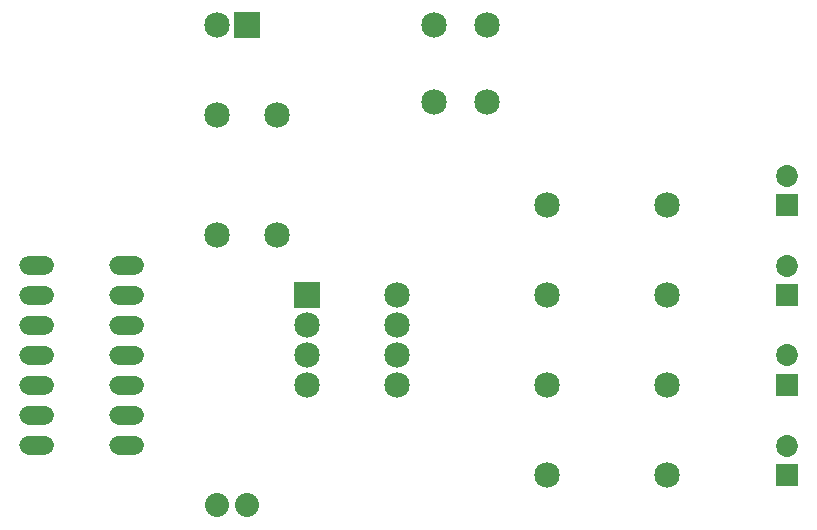
<source format=gts>
G04 MADE WITH FRITZING*
G04 WWW.FRITZING.ORG*
G04 DOUBLE SIDED*
G04 HOLES PLATED*
G04 CONTOUR ON CENTER OF CONTOUR VECTOR*
%ASAXBY*%
%FSLAX23Y23*%
%MOIN*%
%OFA0B0*%
%SFA1.0B1.0*%
%ADD10C,0.085000*%
%ADD11C,0.080000*%
%ADD12C,0.072992*%
%ADD13C,0.062000*%
%ADD14R,0.085000X0.085000*%
%ADD15R,0.072992X0.072992*%
%ADD16R,0.001000X0.001000*%
%LNMASK1*%
G90*
G70*
G54D10*
X1197Y1629D03*
X1197Y1229D03*
X997Y1629D03*
X997Y1229D03*
X1097Y1929D03*
X997Y1929D03*
G54D11*
X997Y329D03*
X1098Y329D03*
G54D10*
X1297Y1029D03*
X1597Y1029D03*
X1297Y929D03*
X1597Y929D03*
X1297Y829D03*
X1597Y829D03*
X1297Y729D03*
X1597Y729D03*
G54D12*
X2897Y1329D03*
X2897Y1427D03*
X2897Y730D03*
X2897Y829D03*
X2897Y1029D03*
X2897Y1127D03*
X2897Y429D03*
X2897Y527D03*
G54D10*
X1720Y1673D03*
X1720Y1929D03*
X1897Y1673D03*
X1897Y1929D03*
X2097Y1029D03*
X2497Y1029D03*
X2097Y729D03*
X2497Y729D03*
X2097Y1329D03*
X2497Y1329D03*
X2097Y429D03*
X2497Y429D03*
G54D13*
X397Y1129D03*
X397Y1029D03*
X397Y929D03*
X397Y829D03*
X397Y729D03*
X397Y629D03*
X397Y529D03*
X697Y529D03*
X697Y629D03*
X697Y729D03*
X697Y829D03*
X697Y929D03*
X697Y1029D03*
X697Y1129D03*
X397Y1129D03*
X397Y1029D03*
X397Y929D03*
X397Y829D03*
X397Y729D03*
X397Y629D03*
X397Y529D03*
X697Y529D03*
X697Y629D03*
X697Y729D03*
X697Y829D03*
X697Y929D03*
X697Y1029D03*
X697Y1129D03*
G54D14*
X1097Y1929D03*
X1297Y1029D03*
G54D15*
X2897Y1329D03*
X2897Y730D03*
X2897Y1029D03*
X2897Y429D03*
G54D16*
X370Y1160D02*
X424Y1160D01*
X670Y1160D02*
X724Y1160D01*
X364Y1159D02*
X430Y1159D01*
X663Y1159D02*
X730Y1159D01*
X360Y1158D02*
X433Y1158D01*
X660Y1158D02*
X733Y1158D01*
X358Y1157D02*
X436Y1157D01*
X658Y1157D02*
X736Y1157D01*
X356Y1156D02*
X438Y1156D01*
X656Y1156D02*
X738Y1156D01*
X354Y1155D02*
X439Y1155D01*
X654Y1155D02*
X739Y1155D01*
X353Y1154D02*
X441Y1154D01*
X653Y1154D02*
X741Y1154D01*
X352Y1153D02*
X442Y1153D01*
X652Y1153D02*
X742Y1153D01*
X350Y1152D02*
X443Y1152D01*
X650Y1152D02*
X743Y1152D01*
X349Y1151D02*
X444Y1151D01*
X649Y1151D02*
X744Y1151D01*
X348Y1150D02*
X445Y1150D01*
X648Y1150D02*
X745Y1150D01*
X348Y1149D02*
X446Y1149D01*
X648Y1149D02*
X746Y1149D01*
X347Y1148D02*
X447Y1148D01*
X647Y1148D02*
X747Y1148D01*
X346Y1147D02*
X448Y1147D01*
X646Y1147D02*
X747Y1147D01*
X345Y1146D02*
X448Y1146D01*
X645Y1146D02*
X748Y1146D01*
X345Y1145D02*
X449Y1145D01*
X645Y1145D02*
X749Y1145D01*
X344Y1144D02*
X449Y1144D01*
X644Y1144D02*
X749Y1144D01*
X344Y1143D02*
X450Y1143D01*
X644Y1143D02*
X750Y1143D01*
X343Y1142D02*
X450Y1142D01*
X643Y1142D02*
X750Y1142D01*
X343Y1141D02*
X451Y1141D01*
X643Y1141D02*
X751Y1141D01*
X342Y1140D02*
X395Y1140D01*
X398Y1140D02*
X451Y1140D01*
X642Y1140D02*
X695Y1140D01*
X698Y1140D02*
X751Y1140D01*
X342Y1139D02*
X391Y1139D01*
X402Y1139D02*
X452Y1139D01*
X642Y1139D02*
X691Y1139D01*
X702Y1139D02*
X752Y1139D01*
X342Y1138D02*
X390Y1138D01*
X404Y1138D02*
X452Y1138D01*
X642Y1138D02*
X690Y1138D01*
X704Y1138D02*
X752Y1138D01*
X341Y1137D02*
X389Y1137D01*
X405Y1137D02*
X452Y1137D01*
X641Y1137D02*
X689Y1137D01*
X705Y1137D02*
X752Y1137D01*
X341Y1136D02*
X388Y1136D01*
X406Y1136D02*
X452Y1136D01*
X641Y1136D02*
X688Y1136D01*
X706Y1136D02*
X752Y1136D01*
X341Y1135D02*
X387Y1135D01*
X407Y1135D02*
X453Y1135D01*
X641Y1135D02*
X687Y1135D01*
X707Y1135D02*
X753Y1135D01*
X341Y1134D02*
X386Y1134D01*
X407Y1134D02*
X453Y1134D01*
X641Y1134D02*
X686Y1134D01*
X707Y1134D02*
X753Y1134D01*
X341Y1133D02*
X386Y1133D01*
X408Y1133D02*
X453Y1133D01*
X641Y1133D02*
X686Y1133D01*
X708Y1133D02*
X753Y1133D01*
X340Y1132D02*
X386Y1132D01*
X408Y1132D02*
X453Y1132D01*
X640Y1132D02*
X686Y1132D01*
X708Y1132D02*
X753Y1132D01*
X340Y1131D02*
X385Y1131D01*
X408Y1131D02*
X453Y1131D01*
X640Y1131D02*
X685Y1131D01*
X708Y1131D02*
X753Y1131D01*
X340Y1130D02*
X385Y1130D01*
X408Y1130D02*
X453Y1130D01*
X640Y1130D02*
X685Y1130D01*
X708Y1130D02*
X753Y1130D01*
X340Y1129D02*
X385Y1129D01*
X408Y1129D02*
X453Y1129D01*
X640Y1129D02*
X685Y1129D01*
X708Y1129D02*
X753Y1129D01*
X340Y1128D02*
X385Y1128D01*
X408Y1128D02*
X453Y1128D01*
X640Y1128D02*
X685Y1128D01*
X708Y1128D02*
X753Y1128D01*
X340Y1127D02*
X385Y1127D01*
X408Y1127D02*
X453Y1127D01*
X640Y1127D02*
X685Y1127D01*
X708Y1127D02*
X753Y1127D01*
X341Y1126D02*
X386Y1126D01*
X408Y1126D02*
X453Y1126D01*
X640Y1126D02*
X686Y1126D01*
X708Y1126D02*
X753Y1126D01*
X341Y1125D02*
X386Y1125D01*
X408Y1125D02*
X453Y1125D01*
X641Y1125D02*
X686Y1125D01*
X708Y1125D02*
X753Y1125D01*
X341Y1124D02*
X387Y1124D01*
X407Y1124D02*
X453Y1124D01*
X641Y1124D02*
X687Y1124D01*
X707Y1124D02*
X753Y1124D01*
X341Y1123D02*
X387Y1123D01*
X406Y1123D02*
X453Y1123D01*
X641Y1123D02*
X687Y1123D01*
X706Y1123D02*
X753Y1123D01*
X341Y1122D02*
X388Y1122D01*
X406Y1122D02*
X452Y1122D01*
X641Y1122D02*
X688Y1122D01*
X706Y1122D02*
X752Y1122D01*
X341Y1121D02*
X389Y1121D01*
X405Y1121D02*
X452Y1121D01*
X641Y1121D02*
X689Y1121D01*
X705Y1121D02*
X752Y1121D01*
X342Y1120D02*
X390Y1120D01*
X404Y1120D02*
X452Y1120D01*
X642Y1120D02*
X690Y1120D01*
X703Y1120D02*
X752Y1120D01*
X342Y1119D02*
X392Y1119D01*
X402Y1119D02*
X452Y1119D01*
X642Y1119D02*
X692Y1119D01*
X702Y1119D02*
X751Y1119D01*
X343Y1118D02*
X451Y1118D01*
X642Y1118D02*
X751Y1118D01*
X343Y1117D02*
X451Y1117D01*
X643Y1117D02*
X751Y1117D01*
X343Y1116D02*
X450Y1116D01*
X643Y1116D02*
X750Y1116D01*
X344Y1115D02*
X450Y1115D01*
X644Y1115D02*
X750Y1115D01*
X344Y1114D02*
X449Y1114D01*
X644Y1114D02*
X749Y1114D01*
X345Y1113D02*
X449Y1113D01*
X645Y1113D02*
X749Y1113D01*
X346Y1112D02*
X448Y1112D01*
X646Y1112D02*
X748Y1112D01*
X346Y1111D02*
X447Y1111D01*
X646Y1111D02*
X747Y1111D01*
X347Y1110D02*
X447Y1110D01*
X647Y1110D02*
X747Y1110D01*
X348Y1109D02*
X446Y1109D01*
X648Y1109D02*
X746Y1109D01*
X349Y1108D02*
X445Y1108D01*
X649Y1108D02*
X745Y1108D01*
X350Y1107D02*
X444Y1107D01*
X650Y1107D02*
X744Y1107D01*
X351Y1106D02*
X443Y1106D01*
X651Y1106D02*
X743Y1106D01*
X352Y1105D02*
X442Y1105D01*
X652Y1105D02*
X742Y1105D01*
X353Y1104D02*
X440Y1104D01*
X653Y1104D02*
X740Y1104D01*
X355Y1103D02*
X439Y1103D01*
X655Y1103D02*
X739Y1103D01*
X356Y1102D02*
X437Y1102D01*
X656Y1102D02*
X737Y1102D01*
X358Y1101D02*
X435Y1101D01*
X658Y1101D02*
X735Y1101D01*
X361Y1100D02*
X433Y1100D01*
X661Y1100D02*
X733Y1100D01*
X364Y1099D02*
X429Y1099D01*
X664Y1099D02*
X729Y1099D01*
X369Y1060D02*
X424Y1060D01*
X669Y1060D02*
X724Y1060D01*
X364Y1059D02*
X430Y1059D01*
X663Y1059D02*
X730Y1059D01*
X360Y1058D02*
X433Y1058D01*
X660Y1058D02*
X733Y1058D01*
X358Y1057D02*
X436Y1057D01*
X658Y1057D02*
X736Y1057D01*
X356Y1056D02*
X438Y1056D01*
X656Y1056D02*
X738Y1056D01*
X354Y1055D02*
X439Y1055D01*
X654Y1055D02*
X739Y1055D01*
X353Y1054D02*
X441Y1054D01*
X653Y1054D02*
X741Y1054D01*
X352Y1053D02*
X442Y1053D01*
X652Y1053D02*
X742Y1053D01*
X350Y1052D02*
X443Y1052D01*
X650Y1052D02*
X743Y1052D01*
X349Y1051D02*
X444Y1051D01*
X649Y1051D02*
X744Y1051D01*
X348Y1050D02*
X445Y1050D01*
X648Y1050D02*
X745Y1050D01*
X348Y1049D02*
X446Y1049D01*
X648Y1049D02*
X746Y1049D01*
X347Y1048D02*
X447Y1048D01*
X647Y1048D02*
X747Y1048D01*
X346Y1047D02*
X448Y1047D01*
X646Y1047D02*
X748Y1047D01*
X345Y1046D02*
X448Y1046D01*
X645Y1046D02*
X748Y1046D01*
X345Y1045D02*
X449Y1045D01*
X645Y1045D02*
X749Y1045D01*
X344Y1044D02*
X449Y1044D01*
X644Y1044D02*
X749Y1044D01*
X344Y1043D02*
X450Y1043D01*
X644Y1043D02*
X750Y1043D01*
X343Y1042D02*
X450Y1042D01*
X643Y1042D02*
X750Y1042D01*
X343Y1041D02*
X451Y1041D01*
X643Y1041D02*
X751Y1041D01*
X342Y1040D02*
X395Y1040D01*
X399Y1040D02*
X451Y1040D01*
X642Y1040D02*
X695Y1040D01*
X699Y1040D02*
X751Y1040D01*
X342Y1039D02*
X391Y1039D01*
X402Y1039D02*
X452Y1039D01*
X642Y1039D02*
X691Y1039D01*
X702Y1039D02*
X752Y1039D01*
X342Y1038D02*
X390Y1038D01*
X404Y1038D02*
X452Y1038D01*
X642Y1038D02*
X690Y1038D01*
X704Y1038D02*
X752Y1038D01*
X341Y1037D02*
X389Y1037D01*
X405Y1037D02*
X452Y1037D01*
X641Y1037D02*
X689Y1037D01*
X705Y1037D02*
X752Y1037D01*
X341Y1036D02*
X388Y1036D01*
X406Y1036D02*
X452Y1036D01*
X641Y1036D02*
X688Y1036D01*
X706Y1036D02*
X752Y1036D01*
X341Y1035D02*
X387Y1035D01*
X407Y1035D02*
X453Y1035D01*
X641Y1035D02*
X687Y1035D01*
X707Y1035D02*
X753Y1035D01*
X341Y1034D02*
X386Y1034D01*
X407Y1034D02*
X453Y1034D01*
X641Y1034D02*
X686Y1034D01*
X707Y1034D02*
X753Y1034D01*
X341Y1033D02*
X386Y1033D01*
X408Y1033D02*
X453Y1033D01*
X641Y1033D02*
X686Y1033D01*
X708Y1033D02*
X753Y1033D01*
X340Y1032D02*
X386Y1032D01*
X408Y1032D02*
X453Y1032D01*
X640Y1032D02*
X686Y1032D01*
X708Y1032D02*
X753Y1032D01*
X340Y1031D02*
X385Y1031D01*
X408Y1031D02*
X453Y1031D01*
X640Y1031D02*
X685Y1031D01*
X708Y1031D02*
X753Y1031D01*
X340Y1030D02*
X385Y1030D01*
X408Y1030D02*
X453Y1030D01*
X640Y1030D02*
X685Y1030D01*
X708Y1030D02*
X753Y1030D01*
X340Y1029D02*
X385Y1029D01*
X408Y1029D02*
X453Y1029D01*
X640Y1029D02*
X685Y1029D01*
X708Y1029D02*
X753Y1029D01*
X340Y1028D02*
X385Y1028D01*
X408Y1028D02*
X453Y1028D01*
X640Y1028D02*
X685Y1028D01*
X708Y1028D02*
X753Y1028D01*
X340Y1027D02*
X385Y1027D01*
X408Y1027D02*
X453Y1027D01*
X640Y1027D02*
X685Y1027D01*
X708Y1027D02*
X753Y1027D01*
X341Y1026D02*
X386Y1026D01*
X408Y1026D02*
X453Y1026D01*
X640Y1026D02*
X686Y1026D01*
X708Y1026D02*
X753Y1026D01*
X341Y1025D02*
X386Y1025D01*
X408Y1025D02*
X453Y1025D01*
X641Y1025D02*
X686Y1025D01*
X708Y1025D02*
X753Y1025D01*
X341Y1024D02*
X387Y1024D01*
X407Y1024D02*
X453Y1024D01*
X641Y1024D02*
X687Y1024D01*
X707Y1024D02*
X753Y1024D01*
X341Y1023D02*
X387Y1023D01*
X406Y1023D02*
X453Y1023D01*
X641Y1023D02*
X687Y1023D01*
X706Y1023D02*
X753Y1023D01*
X341Y1022D02*
X388Y1022D01*
X406Y1022D02*
X452Y1022D01*
X641Y1022D02*
X688Y1022D01*
X706Y1022D02*
X752Y1022D01*
X342Y1021D02*
X389Y1021D01*
X405Y1021D02*
X452Y1021D01*
X641Y1021D02*
X689Y1021D01*
X705Y1021D02*
X752Y1021D01*
X342Y1020D02*
X390Y1020D01*
X404Y1020D02*
X452Y1020D01*
X642Y1020D02*
X690Y1020D01*
X703Y1020D02*
X752Y1020D01*
X342Y1019D02*
X392Y1019D01*
X402Y1019D02*
X452Y1019D01*
X642Y1019D02*
X692Y1019D01*
X702Y1019D02*
X751Y1019D01*
X343Y1018D02*
X451Y1018D01*
X642Y1018D02*
X751Y1018D01*
X343Y1017D02*
X451Y1017D01*
X643Y1017D02*
X751Y1017D01*
X343Y1016D02*
X450Y1016D01*
X643Y1016D02*
X750Y1016D01*
X344Y1015D02*
X450Y1015D01*
X644Y1015D02*
X750Y1015D01*
X344Y1014D02*
X449Y1014D01*
X644Y1014D02*
X749Y1014D01*
X345Y1013D02*
X449Y1013D01*
X645Y1013D02*
X749Y1013D01*
X346Y1012D02*
X448Y1012D01*
X646Y1012D02*
X748Y1012D01*
X346Y1011D02*
X447Y1011D01*
X646Y1011D02*
X747Y1011D01*
X347Y1010D02*
X447Y1010D01*
X647Y1010D02*
X747Y1010D01*
X348Y1009D02*
X446Y1009D01*
X648Y1009D02*
X746Y1009D01*
X349Y1008D02*
X445Y1008D01*
X649Y1008D02*
X745Y1008D01*
X350Y1007D02*
X444Y1007D01*
X650Y1007D02*
X744Y1007D01*
X351Y1006D02*
X443Y1006D01*
X651Y1006D02*
X743Y1006D01*
X352Y1005D02*
X442Y1005D01*
X652Y1005D02*
X742Y1005D01*
X353Y1004D02*
X440Y1004D01*
X653Y1004D02*
X740Y1004D01*
X355Y1003D02*
X439Y1003D01*
X655Y1003D02*
X739Y1003D01*
X356Y1002D02*
X437Y1002D01*
X656Y1002D02*
X737Y1002D01*
X359Y1001D02*
X435Y1001D01*
X658Y1001D02*
X735Y1001D01*
X361Y1000D02*
X433Y1000D01*
X661Y1000D02*
X733Y1000D01*
X364Y999D02*
X429Y999D01*
X664Y999D02*
X729Y999D01*
X369Y960D02*
X424Y960D01*
X669Y960D02*
X724Y960D01*
X363Y959D02*
X430Y959D01*
X663Y959D02*
X730Y959D01*
X360Y958D02*
X433Y958D01*
X660Y958D02*
X733Y958D01*
X358Y957D02*
X436Y957D01*
X658Y957D02*
X736Y957D01*
X356Y956D02*
X438Y956D01*
X656Y956D02*
X738Y956D01*
X354Y955D02*
X439Y955D01*
X654Y955D02*
X739Y955D01*
X353Y954D02*
X441Y954D01*
X653Y954D02*
X741Y954D01*
X352Y953D02*
X442Y953D01*
X652Y953D02*
X742Y953D01*
X350Y952D02*
X443Y952D01*
X650Y952D02*
X743Y952D01*
X349Y951D02*
X444Y951D01*
X649Y951D02*
X744Y951D01*
X348Y950D02*
X445Y950D01*
X648Y950D02*
X745Y950D01*
X348Y949D02*
X446Y949D01*
X648Y949D02*
X746Y949D01*
X347Y948D02*
X447Y948D01*
X647Y948D02*
X747Y948D01*
X346Y947D02*
X448Y947D01*
X646Y947D02*
X748Y947D01*
X345Y946D02*
X448Y946D01*
X645Y946D02*
X748Y946D01*
X345Y945D02*
X449Y945D01*
X645Y945D02*
X749Y945D01*
X344Y944D02*
X449Y944D01*
X644Y944D02*
X749Y944D01*
X344Y943D02*
X450Y943D01*
X644Y943D02*
X750Y943D01*
X343Y942D02*
X450Y942D01*
X643Y942D02*
X750Y942D01*
X343Y941D02*
X451Y941D01*
X643Y941D02*
X751Y941D01*
X342Y940D02*
X395Y940D01*
X399Y940D02*
X451Y940D01*
X642Y940D02*
X695Y940D01*
X699Y940D02*
X751Y940D01*
X342Y939D02*
X391Y939D01*
X402Y939D02*
X452Y939D01*
X642Y939D02*
X691Y939D01*
X702Y939D02*
X752Y939D01*
X342Y938D02*
X390Y938D01*
X404Y938D02*
X452Y938D01*
X642Y938D02*
X690Y938D01*
X704Y938D02*
X752Y938D01*
X341Y937D02*
X389Y937D01*
X405Y937D02*
X452Y937D01*
X641Y937D02*
X689Y937D01*
X705Y937D02*
X752Y937D01*
X341Y936D02*
X388Y936D01*
X406Y936D02*
X452Y936D01*
X641Y936D02*
X688Y936D01*
X706Y936D02*
X752Y936D01*
X341Y935D02*
X387Y935D01*
X407Y935D02*
X453Y935D01*
X641Y935D02*
X687Y935D01*
X707Y935D02*
X753Y935D01*
X341Y934D02*
X386Y934D01*
X407Y934D02*
X453Y934D01*
X641Y934D02*
X686Y934D01*
X707Y934D02*
X753Y934D01*
X341Y933D02*
X386Y933D01*
X408Y933D02*
X453Y933D01*
X641Y933D02*
X686Y933D01*
X708Y933D02*
X753Y933D01*
X340Y932D02*
X386Y932D01*
X408Y932D02*
X453Y932D01*
X640Y932D02*
X686Y932D01*
X708Y932D02*
X753Y932D01*
X340Y931D02*
X385Y931D01*
X408Y931D02*
X453Y931D01*
X640Y931D02*
X685Y931D01*
X708Y931D02*
X753Y931D01*
X340Y930D02*
X385Y930D01*
X408Y930D02*
X453Y930D01*
X640Y930D02*
X685Y930D01*
X708Y930D02*
X753Y930D01*
X340Y929D02*
X385Y929D01*
X408Y929D02*
X453Y929D01*
X640Y929D02*
X685Y929D01*
X708Y929D02*
X753Y929D01*
X340Y928D02*
X385Y928D01*
X408Y928D02*
X453Y928D01*
X640Y928D02*
X685Y928D01*
X708Y928D02*
X753Y928D01*
X340Y927D02*
X385Y927D01*
X408Y927D02*
X453Y927D01*
X640Y927D02*
X685Y927D01*
X708Y927D02*
X753Y927D01*
X341Y926D02*
X386Y926D01*
X408Y926D02*
X453Y926D01*
X640Y926D02*
X686Y926D01*
X708Y926D02*
X753Y926D01*
X341Y925D02*
X386Y925D01*
X408Y925D02*
X453Y925D01*
X641Y925D02*
X686Y925D01*
X708Y925D02*
X753Y925D01*
X341Y924D02*
X387Y924D01*
X407Y924D02*
X453Y924D01*
X641Y924D02*
X687Y924D01*
X707Y924D02*
X753Y924D01*
X341Y923D02*
X387Y923D01*
X406Y923D02*
X453Y923D01*
X641Y923D02*
X687Y923D01*
X706Y923D02*
X753Y923D01*
X341Y922D02*
X388Y922D01*
X406Y922D02*
X452Y922D01*
X641Y922D02*
X688Y922D01*
X706Y922D02*
X752Y922D01*
X342Y921D02*
X389Y921D01*
X405Y921D02*
X452Y921D01*
X641Y921D02*
X689Y921D01*
X705Y921D02*
X752Y921D01*
X342Y920D02*
X390Y920D01*
X403Y920D02*
X452Y920D01*
X642Y920D02*
X690Y920D01*
X703Y920D02*
X752Y920D01*
X342Y919D02*
X392Y919D01*
X402Y919D02*
X451Y919D01*
X642Y919D02*
X692Y919D01*
X702Y919D02*
X751Y919D01*
X343Y918D02*
X451Y918D01*
X642Y918D02*
X751Y918D01*
X343Y917D02*
X451Y917D01*
X643Y917D02*
X751Y917D01*
X343Y916D02*
X450Y916D01*
X643Y916D02*
X750Y916D01*
X344Y915D02*
X450Y915D01*
X644Y915D02*
X750Y915D01*
X344Y914D02*
X449Y914D01*
X644Y914D02*
X749Y914D01*
X345Y913D02*
X449Y913D01*
X645Y913D02*
X749Y913D01*
X346Y912D02*
X448Y912D01*
X646Y912D02*
X748Y912D01*
X346Y911D02*
X447Y911D01*
X646Y911D02*
X747Y911D01*
X347Y910D02*
X447Y910D01*
X647Y910D02*
X747Y910D01*
X348Y909D02*
X446Y909D01*
X648Y909D02*
X746Y909D01*
X349Y908D02*
X445Y908D01*
X649Y908D02*
X745Y908D01*
X350Y907D02*
X444Y907D01*
X650Y907D02*
X744Y907D01*
X351Y906D02*
X443Y906D01*
X651Y906D02*
X743Y906D01*
X352Y905D02*
X442Y905D01*
X652Y905D02*
X742Y905D01*
X353Y904D02*
X440Y904D01*
X653Y904D02*
X740Y904D01*
X355Y903D02*
X439Y903D01*
X655Y903D02*
X739Y903D01*
X356Y902D02*
X437Y902D01*
X656Y902D02*
X737Y902D01*
X359Y901D02*
X435Y901D01*
X659Y901D02*
X735Y901D01*
X361Y900D02*
X433Y900D01*
X661Y900D02*
X733Y900D01*
X364Y899D02*
X429Y899D01*
X664Y899D02*
X729Y899D01*
X369Y860D02*
X425Y860D01*
X669Y860D02*
X725Y860D01*
X363Y859D02*
X430Y859D01*
X663Y859D02*
X730Y859D01*
X360Y858D02*
X433Y858D01*
X660Y858D02*
X733Y858D01*
X358Y857D02*
X436Y857D01*
X658Y857D02*
X736Y857D01*
X356Y856D02*
X438Y856D01*
X656Y856D02*
X738Y856D01*
X354Y855D02*
X439Y855D01*
X654Y855D02*
X739Y855D01*
X353Y854D02*
X441Y854D01*
X653Y854D02*
X741Y854D01*
X352Y853D02*
X442Y853D01*
X652Y853D02*
X742Y853D01*
X350Y852D02*
X443Y852D01*
X650Y852D02*
X743Y852D01*
X349Y851D02*
X444Y851D01*
X649Y851D02*
X744Y851D01*
X348Y850D02*
X445Y850D01*
X648Y850D02*
X745Y850D01*
X348Y849D02*
X446Y849D01*
X648Y849D02*
X746Y849D01*
X347Y848D02*
X447Y848D01*
X647Y848D02*
X747Y848D01*
X346Y847D02*
X448Y847D01*
X646Y847D02*
X748Y847D01*
X345Y846D02*
X448Y846D01*
X645Y846D02*
X748Y846D01*
X345Y845D02*
X449Y845D01*
X645Y845D02*
X749Y845D01*
X344Y844D02*
X449Y844D01*
X644Y844D02*
X749Y844D01*
X344Y843D02*
X450Y843D01*
X644Y843D02*
X750Y843D01*
X343Y842D02*
X450Y842D01*
X643Y842D02*
X750Y842D01*
X343Y841D02*
X451Y841D01*
X643Y841D02*
X751Y841D01*
X342Y840D02*
X395Y840D01*
X399Y840D02*
X451Y840D01*
X642Y840D02*
X695Y840D01*
X699Y840D02*
X751Y840D01*
X342Y839D02*
X391Y839D01*
X402Y839D02*
X452Y839D01*
X642Y839D02*
X691Y839D01*
X702Y839D02*
X752Y839D01*
X342Y838D02*
X390Y838D01*
X404Y838D02*
X452Y838D01*
X642Y838D02*
X690Y838D01*
X704Y838D02*
X752Y838D01*
X341Y837D02*
X389Y837D01*
X405Y837D02*
X452Y837D01*
X641Y837D02*
X689Y837D01*
X705Y837D02*
X752Y837D01*
X341Y836D02*
X388Y836D01*
X406Y836D02*
X452Y836D01*
X641Y836D02*
X688Y836D01*
X706Y836D02*
X752Y836D01*
X341Y835D02*
X387Y835D01*
X407Y835D02*
X453Y835D01*
X641Y835D02*
X687Y835D01*
X707Y835D02*
X753Y835D01*
X341Y834D02*
X386Y834D01*
X407Y834D02*
X453Y834D01*
X641Y834D02*
X686Y834D01*
X707Y834D02*
X753Y834D01*
X341Y833D02*
X386Y833D01*
X408Y833D02*
X453Y833D01*
X641Y833D02*
X686Y833D01*
X708Y833D02*
X753Y833D01*
X340Y832D02*
X386Y832D01*
X408Y832D02*
X453Y832D01*
X640Y832D02*
X686Y832D01*
X708Y832D02*
X753Y832D01*
X340Y831D02*
X385Y831D01*
X408Y831D02*
X453Y831D01*
X640Y831D02*
X685Y831D01*
X708Y831D02*
X753Y831D01*
X340Y830D02*
X385Y830D01*
X408Y830D02*
X453Y830D01*
X640Y830D02*
X685Y830D01*
X708Y830D02*
X753Y830D01*
X340Y829D02*
X385Y829D01*
X408Y829D02*
X453Y829D01*
X640Y829D02*
X685Y829D01*
X708Y829D02*
X753Y829D01*
X340Y828D02*
X385Y828D01*
X408Y828D02*
X453Y828D01*
X640Y828D02*
X685Y828D01*
X708Y828D02*
X753Y828D01*
X340Y827D02*
X385Y827D01*
X408Y827D02*
X453Y827D01*
X640Y827D02*
X685Y827D01*
X708Y827D02*
X753Y827D01*
X341Y826D02*
X386Y826D01*
X408Y826D02*
X453Y826D01*
X640Y826D02*
X686Y826D01*
X708Y826D02*
X753Y826D01*
X341Y825D02*
X386Y825D01*
X408Y825D02*
X453Y825D01*
X641Y825D02*
X686Y825D01*
X708Y825D02*
X753Y825D01*
X341Y824D02*
X387Y824D01*
X407Y824D02*
X453Y824D01*
X641Y824D02*
X687Y824D01*
X707Y824D02*
X753Y824D01*
X341Y823D02*
X387Y823D01*
X406Y823D02*
X453Y823D01*
X641Y823D02*
X687Y823D01*
X706Y823D02*
X753Y823D01*
X341Y822D02*
X388Y822D01*
X406Y822D02*
X452Y822D01*
X641Y822D02*
X688Y822D01*
X706Y822D02*
X752Y822D01*
X342Y821D02*
X389Y821D01*
X405Y821D02*
X452Y821D01*
X641Y821D02*
X689Y821D01*
X705Y821D02*
X752Y821D01*
X342Y820D02*
X390Y820D01*
X403Y820D02*
X452Y820D01*
X642Y820D02*
X690Y820D01*
X703Y820D02*
X752Y820D01*
X342Y819D02*
X392Y819D01*
X402Y819D02*
X451Y819D01*
X642Y819D02*
X692Y819D01*
X702Y819D02*
X751Y819D01*
X343Y818D02*
X451Y818D01*
X642Y818D02*
X751Y818D01*
X343Y817D02*
X451Y817D01*
X643Y817D02*
X751Y817D01*
X343Y816D02*
X450Y816D01*
X643Y816D02*
X750Y816D01*
X344Y815D02*
X450Y815D01*
X644Y815D02*
X750Y815D01*
X344Y814D02*
X449Y814D01*
X644Y814D02*
X749Y814D01*
X345Y813D02*
X449Y813D01*
X645Y813D02*
X749Y813D01*
X346Y812D02*
X448Y812D01*
X646Y812D02*
X748Y812D01*
X346Y811D02*
X447Y811D01*
X646Y811D02*
X747Y811D01*
X347Y810D02*
X447Y810D01*
X647Y810D02*
X747Y810D01*
X348Y809D02*
X446Y809D01*
X648Y809D02*
X746Y809D01*
X349Y808D02*
X445Y808D01*
X649Y808D02*
X745Y808D01*
X350Y807D02*
X444Y807D01*
X650Y807D02*
X744Y807D01*
X351Y806D02*
X443Y806D01*
X651Y806D02*
X743Y806D01*
X352Y805D02*
X442Y805D01*
X652Y805D02*
X742Y805D01*
X353Y804D02*
X440Y804D01*
X653Y804D02*
X740Y804D01*
X355Y803D02*
X439Y803D01*
X655Y803D02*
X739Y803D01*
X357Y802D02*
X437Y802D01*
X656Y802D02*
X737Y802D01*
X359Y801D02*
X435Y801D01*
X659Y801D02*
X735Y801D01*
X361Y800D02*
X433Y800D01*
X661Y800D02*
X733Y800D01*
X364Y799D02*
X429Y799D01*
X664Y799D02*
X729Y799D01*
X369Y760D02*
X425Y760D01*
X669Y760D02*
X725Y760D01*
X363Y759D02*
X430Y759D01*
X663Y759D02*
X730Y759D01*
X360Y758D02*
X433Y758D01*
X660Y758D02*
X733Y758D01*
X358Y757D02*
X436Y757D01*
X658Y757D02*
X736Y757D01*
X356Y756D02*
X438Y756D01*
X656Y756D02*
X738Y756D01*
X354Y755D02*
X439Y755D01*
X654Y755D02*
X739Y755D01*
X353Y754D02*
X441Y754D01*
X653Y754D02*
X741Y754D01*
X352Y753D02*
X442Y753D01*
X652Y753D02*
X742Y753D01*
X350Y752D02*
X443Y752D01*
X650Y752D02*
X743Y752D01*
X349Y751D02*
X444Y751D01*
X649Y751D02*
X744Y751D01*
X348Y750D02*
X445Y750D01*
X648Y750D02*
X745Y750D01*
X348Y749D02*
X446Y749D01*
X648Y749D02*
X746Y749D01*
X347Y748D02*
X447Y748D01*
X647Y748D02*
X747Y748D01*
X346Y747D02*
X448Y747D01*
X646Y747D02*
X748Y747D01*
X345Y746D02*
X448Y746D01*
X645Y746D02*
X748Y746D01*
X345Y745D02*
X449Y745D01*
X645Y745D02*
X749Y745D01*
X344Y744D02*
X449Y744D01*
X644Y744D02*
X749Y744D01*
X344Y743D02*
X450Y743D01*
X644Y743D02*
X750Y743D01*
X343Y742D02*
X450Y742D01*
X643Y742D02*
X750Y742D01*
X343Y741D02*
X451Y741D01*
X643Y741D02*
X751Y741D01*
X342Y740D02*
X395Y740D01*
X399Y740D02*
X451Y740D01*
X642Y740D02*
X695Y740D01*
X699Y740D02*
X751Y740D01*
X342Y739D02*
X391Y739D01*
X402Y739D02*
X452Y739D01*
X642Y739D02*
X691Y739D01*
X702Y739D02*
X752Y739D01*
X342Y738D02*
X390Y738D01*
X404Y738D02*
X452Y738D01*
X642Y738D02*
X690Y738D01*
X704Y738D02*
X752Y738D01*
X341Y737D02*
X389Y737D01*
X405Y737D02*
X452Y737D01*
X641Y737D02*
X689Y737D01*
X705Y737D02*
X752Y737D01*
X341Y736D02*
X388Y736D01*
X406Y736D02*
X452Y736D01*
X641Y736D02*
X688Y736D01*
X706Y736D02*
X752Y736D01*
X341Y735D02*
X387Y735D01*
X407Y735D02*
X453Y735D01*
X641Y735D02*
X687Y735D01*
X707Y735D02*
X753Y735D01*
X341Y734D02*
X386Y734D01*
X407Y734D02*
X453Y734D01*
X641Y734D02*
X686Y734D01*
X707Y734D02*
X753Y734D01*
X341Y733D02*
X386Y733D01*
X408Y733D02*
X453Y733D01*
X641Y733D02*
X686Y733D01*
X708Y733D02*
X753Y733D01*
X340Y732D02*
X386Y732D01*
X408Y732D02*
X453Y732D01*
X640Y732D02*
X686Y732D01*
X708Y732D02*
X753Y732D01*
X340Y731D02*
X385Y731D01*
X408Y731D02*
X453Y731D01*
X640Y731D02*
X685Y731D01*
X708Y731D02*
X753Y731D01*
X340Y730D02*
X385Y730D01*
X408Y730D02*
X453Y730D01*
X640Y730D02*
X685Y730D01*
X708Y730D02*
X753Y730D01*
X340Y729D02*
X385Y729D01*
X408Y729D02*
X453Y729D01*
X640Y729D02*
X685Y729D01*
X708Y729D02*
X753Y729D01*
X340Y728D02*
X385Y728D01*
X408Y728D02*
X453Y728D01*
X640Y728D02*
X685Y728D01*
X708Y728D02*
X753Y728D01*
X340Y727D02*
X386Y727D01*
X408Y727D02*
X453Y727D01*
X640Y727D02*
X685Y727D01*
X708Y727D02*
X753Y727D01*
X341Y726D02*
X386Y726D01*
X408Y726D02*
X453Y726D01*
X640Y726D02*
X686Y726D01*
X708Y726D02*
X753Y726D01*
X341Y725D02*
X386Y725D01*
X408Y725D02*
X453Y725D01*
X641Y725D02*
X686Y725D01*
X708Y725D02*
X753Y725D01*
X341Y724D02*
X387Y724D01*
X407Y724D02*
X453Y724D01*
X641Y724D02*
X687Y724D01*
X707Y724D02*
X753Y724D01*
X341Y723D02*
X387Y723D01*
X406Y723D02*
X453Y723D01*
X641Y723D02*
X687Y723D01*
X706Y723D02*
X753Y723D01*
X341Y722D02*
X388Y722D01*
X406Y722D02*
X452Y722D01*
X641Y722D02*
X688Y722D01*
X706Y722D02*
X752Y722D01*
X342Y721D02*
X389Y721D01*
X405Y721D02*
X452Y721D01*
X641Y721D02*
X689Y721D01*
X705Y721D02*
X752Y721D01*
X342Y720D02*
X390Y720D01*
X403Y720D02*
X452Y720D01*
X642Y720D02*
X690Y720D01*
X703Y720D02*
X752Y720D01*
X342Y719D02*
X392Y719D01*
X402Y719D02*
X451Y719D01*
X642Y719D02*
X692Y719D01*
X702Y719D02*
X751Y719D01*
X343Y718D02*
X451Y718D01*
X642Y718D02*
X751Y718D01*
X343Y717D02*
X451Y717D01*
X643Y717D02*
X751Y717D01*
X343Y716D02*
X450Y716D01*
X643Y716D02*
X750Y716D01*
X344Y715D02*
X450Y715D01*
X644Y715D02*
X750Y715D01*
X344Y714D02*
X449Y714D01*
X644Y714D02*
X749Y714D01*
X345Y713D02*
X449Y713D01*
X645Y713D02*
X749Y713D01*
X346Y712D02*
X448Y712D01*
X646Y712D02*
X748Y712D01*
X346Y711D02*
X447Y711D01*
X646Y711D02*
X747Y711D01*
X347Y710D02*
X447Y710D01*
X647Y710D02*
X747Y710D01*
X348Y709D02*
X446Y709D01*
X648Y709D02*
X746Y709D01*
X349Y708D02*
X445Y708D01*
X649Y708D02*
X745Y708D01*
X350Y707D02*
X444Y707D01*
X650Y707D02*
X744Y707D01*
X351Y706D02*
X443Y706D01*
X651Y706D02*
X743Y706D01*
X352Y705D02*
X442Y705D01*
X652Y705D02*
X742Y705D01*
X353Y704D02*
X440Y704D01*
X653Y704D02*
X740Y704D01*
X355Y703D02*
X439Y703D01*
X655Y703D02*
X739Y703D01*
X357Y702D02*
X437Y702D01*
X657Y702D02*
X737Y702D01*
X359Y701D02*
X435Y701D01*
X659Y701D02*
X735Y701D01*
X361Y700D02*
X433Y700D01*
X661Y700D02*
X733Y700D01*
X364Y699D02*
X429Y699D01*
X664Y699D02*
X729Y699D01*
X369Y660D02*
X425Y660D01*
X669Y660D02*
X725Y660D01*
X363Y659D02*
X430Y659D01*
X663Y659D02*
X730Y659D01*
X360Y658D02*
X433Y658D01*
X660Y658D02*
X733Y658D01*
X358Y657D02*
X436Y657D01*
X658Y657D02*
X736Y657D01*
X356Y656D02*
X438Y656D01*
X656Y656D02*
X738Y656D01*
X354Y655D02*
X439Y655D01*
X654Y655D02*
X739Y655D01*
X353Y654D02*
X441Y654D01*
X653Y654D02*
X741Y654D01*
X352Y653D02*
X442Y653D01*
X652Y653D02*
X742Y653D01*
X350Y652D02*
X443Y652D01*
X650Y652D02*
X743Y652D01*
X349Y651D02*
X444Y651D01*
X649Y651D02*
X744Y651D01*
X348Y650D02*
X445Y650D01*
X648Y650D02*
X745Y650D01*
X348Y649D02*
X446Y649D01*
X648Y649D02*
X746Y649D01*
X347Y648D02*
X447Y648D01*
X647Y648D02*
X747Y648D01*
X346Y647D02*
X448Y647D01*
X646Y647D02*
X748Y647D01*
X345Y646D02*
X448Y646D01*
X645Y646D02*
X748Y646D01*
X345Y645D02*
X449Y645D01*
X645Y645D02*
X749Y645D01*
X344Y644D02*
X449Y644D01*
X644Y644D02*
X749Y644D01*
X344Y643D02*
X450Y643D01*
X644Y643D02*
X750Y643D01*
X343Y642D02*
X450Y642D01*
X643Y642D02*
X750Y642D01*
X343Y641D02*
X451Y641D01*
X643Y641D02*
X751Y641D01*
X342Y640D02*
X395Y640D01*
X399Y640D02*
X451Y640D01*
X642Y640D02*
X695Y640D01*
X699Y640D02*
X751Y640D01*
X342Y639D02*
X391Y639D01*
X402Y639D02*
X452Y639D01*
X642Y639D02*
X691Y639D01*
X702Y639D02*
X752Y639D01*
X342Y638D02*
X390Y638D01*
X404Y638D02*
X452Y638D01*
X642Y638D02*
X690Y638D01*
X704Y638D02*
X752Y638D01*
X341Y637D02*
X389Y637D01*
X405Y637D02*
X452Y637D01*
X641Y637D02*
X689Y637D01*
X705Y637D02*
X752Y637D01*
X341Y636D02*
X388Y636D01*
X406Y636D02*
X452Y636D01*
X641Y636D02*
X688Y636D01*
X706Y636D02*
X752Y636D01*
X341Y635D02*
X387Y635D01*
X407Y635D02*
X453Y635D01*
X641Y635D02*
X687Y635D01*
X707Y635D02*
X753Y635D01*
X341Y634D02*
X386Y634D01*
X407Y634D02*
X453Y634D01*
X641Y634D02*
X686Y634D01*
X707Y634D02*
X753Y634D01*
X341Y633D02*
X386Y633D01*
X408Y633D02*
X453Y633D01*
X641Y633D02*
X686Y633D01*
X708Y633D02*
X753Y633D01*
X340Y632D02*
X386Y632D01*
X408Y632D02*
X453Y632D01*
X640Y632D02*
X686Y632D01*
X708Y632D02*
X753Y632D01*
X340Y631D02*
X385Y631D01*
X408Y631D02*
X453Y631D01*
X640Y631D02*
X685Y631D01*
X708Y631D02*
X753Y631D01*
X340Y630D02*
X385Y630D01*
X408Y630D02*
X453Y630D01*
X640Y630D02*
X685Y630D01*
X708Y630D02*
X753Y630D01*
X340Y629D02*
X385Y629D01*
X408Y629D02*
X453Y629D01*
X640Y629D02*
X685Y629D01*
X708Y629D02*
X753Y629D01*
X340Y628D02*
X385Y628D01*
X408Y628D02*
X453Y628D01*
X640Y628D02*
X685Y628D01*
X708Y628D02*
X753Y628D01*
X340Y627D02*
X386Y627D01*
X408Y627D02*
X453Y627D01*
X640Y627D02*
X685Y627D01*
X708Y627D02*
X753Y627D01*
X341Y626D02*
X386Y626D01*
X408Y626D02*
X453Y626D01*
X640Y626D02*
X686Y626D01*
X708Y626D02*
X753Y626D01*
X341Y625D02*
X386Y625D01*
X408Y625D02*
X453Y625D01*
X641Y625D02*
X686Y625D01*
X708Y625D02*
X753Y625D01*
X341Y624D02*
X387Y624D01*
X407Y624D02*
X453Y624D01*
X641Y624D02*
X687Y624D01*
X707Y624D02*
X753Y624D01*
X341Y623D02*
X387Y623D01*
X406Y623D02*
X453Y623D01*
X641Y623D02*
X687Y623D01*
X706Y623D02*
X753Y623D01*
X341Y622D02*
X388Y622D01*
X406Y622D02*
X452Y622D01*
X641Y622D02*
X688Y622D01*
X706Y622D02*
X752Y622D01*
X342Y621D02*
X389Y621D01*
X405Y621D02*
X452Y621D01*
X641Y621D02*
X689Y621D01*
X705Y621D02*
X752Y621D01*
X342Y620D02*
X390Y620D01*
X403Y620D02*
X452Y620D01*
X642Y620D02*
X690Y620D01*
X703Y620D02*
X752Y620D01*
X342Y619D02*
X392Y619D01*
X402Y619D02*
X451Y619D01*
X642Y619D02*
X692Y619D01*
X702Y619D02*
X751Y619D01*
X343Y618D02*
X451Y618D01*
X642Y618D02*
X751Y618D01*
X343Y617D02*
X451Y617D01*
X643Y617D02*
X751Y617D01*
X343Y616D02*
X450Y616D01*
X643Y616D02*
X750Y616D01*
X344Y615D02*
X450Y615D01*
X644Y615D02*
X750Y615D01*
X344Y614D02*
X449Y614D01*
X644Y614D02*
X749Y614D01*
X345Y613D02*
X449Y613D01*
X645Y613D02*
X749Y613D01*
X346Y612D02*
X448Y612D01*
X646Y612D02*
X748Y612D01*
X346Y611D02*
X447Y611D01*
X646Y611D02*
X747Y611D01*
X347Y610D02*
X447Y610D01*
X647Y610D02*
X747Y610D01*
X348Y609D02*
X446Y609D01*
X648Y609D02*
X746Y609D01*
X349Y608D02*
X445Y608D01*
X649Y608D02*
X745Y608D01*
X350Y607D02*
X444Y607D01*
X650Y607D02*
X744Y607D01*
X351Y606D02*
X443Y606D01*
X651Y606D02*
X743Y606D01*
X352Y605D02*
X442Y605D01*
X652Y605D02*
X742Y605D01*
X353Y604D02*
X440Y604D01*
X653Y604D02*
X740Y604D01*
X355Y603D02*
X439Y603D01*
X655Y603D02*
X739Y603D01*
X357Y602D02*
X437Y602D01*
X657Y602D02*
X737Y602D01*
X359Y601D02*
X435Y601D01*
X659Y601D02*
X735Y601D01*
X361Y600D02*
X433Y600D01*
X661Y600D02*
X732Y600D01*
X364Y599D02*
X429Y599D01*
X664Y599D02*
X729Y599D01*
X368Y560D02*
X425Y560D01*
X668Y560D02*
X725Y560D01*
X363Y559D02*
X430Y559D01*
X663Y559D02*
X730Y559D01*
X360Y558D02*
X433Y558D01*
X660Y558D02*
X733Y558D01*
X358Y557D02*
X436Y557D01*
X658Y557D02*
X736Y557D01*
X356Y556D02*
X438Y556D01*
X656Y556D02*
X738Y556D01*
X354Y555D02*
X439Y555D01*
X654Y555D02*
X739Y555D01*
X353Y554D02*
X441Y554D01*
X653Y554D02*
X741Y554D01*
X352Y553D02*
X442Y553D01*
X652Y553D02*
X742Y553D01*
X350Y552D02*
X443Y552D01*
X650Y552D02*
X743Y552D01*
X349Y551D02*
X444Y551D01*
X649Y551D02*
X744Y551D01*
X348Y550D02*
X445Y550D01*
X648Y550D02*
X745Y550D01*
X348Y549D02*
X446Y549D01*
X648Y549D02*
X746Y549D01*
X347Y548D02*
X447Y548D01*
X647Y548D02*
X747Y548D01*
X346Y547D02*
X448Y547D01*
X646Y547D02*
X748Y547D01*
X345Y546D02*
X448Y546D01*
X645Y546D02*
X748Y546D01*
X345Y545D02*
X449Y545D01*
X645Y545D02*
X749Y545D01*
X344Y544D02*
X449Y544D01*
X644Y544D02*
X749Y544D01*
X344Y543D02*
X450Y543D01*
X644Y543D02*
X750Y543D01*
X343Y542D02*
X450Y542D01*
X643Y542D02*
X750Y542D01*
X343Y541D02*
X451Y541D01*
X643Y541D02*
X751Y541D01*
X342Y540D02*
X394Y540D01*
X399Y540D02*
X451Y540D01*
X642Y540D02*
X694Y540D01*
X699Y540D02*
X751Y540D01*
X342Y539D02*
X391Y539D01*
X402Y539D02*
X452Y539D01*
X642Y539D02*
X691Y539D01*
X702Y539D02*
X752Y539D01*
X342Y538D02*
X390Y538D01*
X404Y538D02*
X452Y538D01*
X642Y538D02*
X690Y538D01*
X704Y538D02*
X752Y538D01*
X341Y537D02*
X389Y537D01*
X405Y537D02*
X452Y537D01*
X641Y537D02*
X689Y537D01*
X705Y537D02*
X752Y537D01*
X341Y536D02*
X388Y536D01*
X406Y536D02*
X452Y536D01*
X641Y536D02*
X688Y536D01*
X706Y536D02*
X752Y536D01*
X341Y535D02*
X387Y535D01*
X407Y535D02*
X453Y535D01*
X641Y535D02*
X687Y535D01*
X707Y535D02*
X753Y535D01*
X341Y534D02*
X386Y534D01*
X407Y534D02*
X453Y534D01*
X641Y534D02*
X686Y534D01*
X707Y534D02*
X753Y534D01*
X341Y533D02*
X386Y533D01*
X408Y533D02*
X453Y533D01*
X641Y533D02*
X686Y533D01*
X708Y533D02*
X753Y533D01*
X340Y532D02*
X386Y532D01*
X408Y532D02*
X453Y532D01*
X640Y532D02*
X686Y532D01*
X708Y532D02*
X753Y532D01*
X340Y531D02*
X385Y531D01*
X408Y531D02*
X453Y531D01*
X640Y531D02*
X685Y531D01*
X708Y531D02*
X753Y531D01*
X340Y530D02*
X385Y530D01*
X408Y530D02*
X453Y530D01*
X640Y530D02*
X685Y530D01*
X708Y530D02*
X753Y530D01*
X340Y529D02*
X385Y529D01*
X408Y529D02*
X453Y529D01*
X640Y529D02*
X685Y529D01*
X708Y529D02*
X753Y529D01*
X340Y528D02*
X385Y528D01*
X408Y528D02*
X453Y528D01*
X640Y528D02*
X685Y528D01*
X708Y528D02*
X753Y528D01*
X340Y527D02*
X386Y527D01*
X408Y527D02*
X453Y527D01*
X640Y527D02*
X685Y527D01*
X708Y527D02*
X753Y527D01*
X341Y526D02*
X386Y526D01*
X408Y526D02*
X453Y526D01*
X640Y526D02*
X686Y526D01*
X708Y526D02*
X753Y526D01*
X341Y525D02*
X386Y525D01*
X408Y525D02*
X453Y525D01*
X641Y525D02*
X686Y525D01*
X708Y525D02*
X753Y525D01*
X341Y524D02*
X387Y524D01*
X407Y524D02*
X453Y524D01*
X641Y524D02*
X687Y524D01*
X707Y524D02*
X753Y524D01*
X341Y523D02*
X387Y523D01*
X406Y523D02*
X453Y523D01*
X641Y523D02*
X687Y523D01*
X706Y523D02*
X753Y523D01*
X341Y522D02*
X388Y522D01*
X406Y522D02*
X452Y522D01*
X641Y522D02*
X688Y522D01*
X706Y522D02*
X752Y522D01*
X342Y521D02*
X389Y521D01*
X405Y521D02*
X452Y521D01*
X641Y521D02*
X689Y521D01*
X705Y521D02*
X752Y521D01*
X342Y520D02*
X390Y520D01*
X403Y520D02*
X452Y520D01*
X642Y520D02*
X690Y520D01*
X703Y520D02*
X752Y520D01*
X342Y519D02*
X392Y519D01*
X402Y519D02*
X451Y519D01*
X642Y519D02*
X692Y519D01*
X702Y519D02*
X751Y519D01*
X343Y518D02*
X451Y518D01*
X642Y518D02*
X751Y518D01*
X343Y517D02*
X451Y517D01*
X643Y517D02*
X751Y517D01*
X343Y516D02*
X450Y516D01*
X643Y516D02*
X750Y516D01*
X344Y515D02*
X450Y515D01*
X644Y515D02*
X750Y515D01*
X344Y514D02*
X449Y514D01*
X644Y514D02*
X749Y514D01*
X345Y513D02*
X449Y513D01*
X645Y513D02*
X749Y513D01*
X346Y512D02*
X448Y512D01*
X646Y512D02*
X748Y512D01*
X346Y511D02*
X447Y511D01*
X646Y511D02*
X747Y511D01*
X347Y510D02*
X447Y510D01*
X647Y510D02*
X747Y510D01*
X348Y509D02*
X446Y509D01*
X648Y509D02*
X746Y509D01*
X349Y508D02*
X445Y508D01*
X649Y508D02*
X745Y508D01*
X350Y507D02*
X444Y507D01*
X650Y507D02*
X744Y507D01*
X351Y506D02*
X443Y506D01*
X651Y506D02*
X743Y506D01*
X352Y505D02*
X442Y505D01*
X652Y505D02*
X742Y505D01*
X353Y504D02*
X440Y504D01*
X653Y504D02*
X740Y504D01*
X355Y503D02*
X439Y503D01*
X655Y503D02*
X739Y503D01*
X357Y502D02*
X437Y502D01*
X657Y502D02*
X737Y502D01*
X359Y501D02*
X435Y501D01*
X659Y501D02*
X735Y501D01*
X361Y500D02*
X432Y500D01*
X661Y500D02*
X732Y500D01*
X365Y499D02*
X429Y499D01*
X664Y499D02*
X729Y499D01*
D02*
G04 End of Mask1*
M02*
</source>
